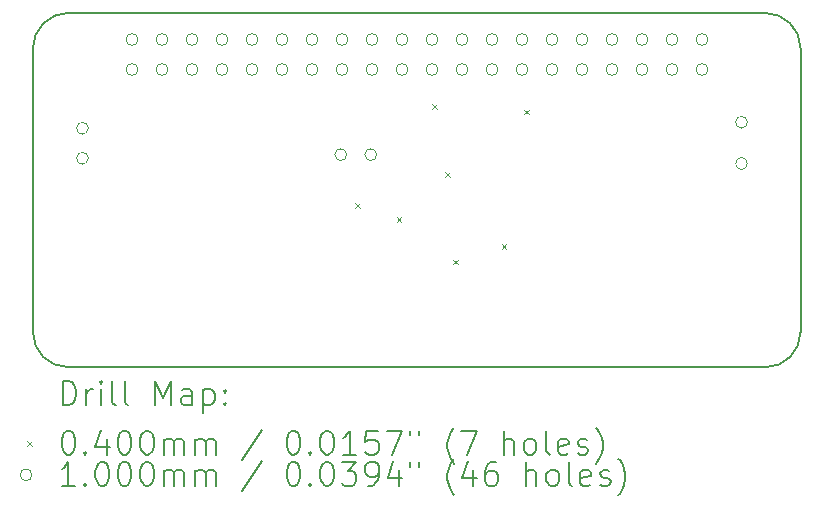
<source format=gbr>
%TF.GenerationSoftware,KiCad,Pcbnew,8.0.6*%
%TF.CreationDate,2024-11-11T12:49:28-08:00*%
%TF.ProjectId,pi-zero-serial-hat,70692d7a-6572-46f2-9d73-657269616c2d,1.0*%
%TF.SameCoordinates,Original*%
%TF.FileFunction,Drillmap*%
%TF.FilePolarity,Positive*%
%FSLAX45Y45*%
G04 Gerber Fmt 4.5, Leading zero omitted, Abs format (unit mm)*
G04 Created by KiCad (PCBNEW 8.0.6) date 2024-11-11 12:49:28*
%MOMM*%
%LPD*%
G01*
G04 APERTURE LIST*
%ADD10C,0.150000*%
%ADD11C,0.200000*%
%ADD12C,0.100000*%
G04 APERTURE END LIST*
D10*
X12103200Y-12106800D02*
X17903200Y-12106800D01*
X17953200Y-9106800D02*
G75*
G02*
X18253200Y-9406800I0J-300000D01*
G01*
X18253200Y-11806800D02*
G75*
G02*
X17953200Y-12106800I-300000J0D01*
G01*
X12053200Y-12106800D02*
G75*
G02*
X11753200Y-11806800I0J300000D01*
G01*
X11753200Y-9406800D02*
G75*
G02*
X12053200Y-9106800I300000J0D01*
G01*
X11753200Y-11806800D02*
X11753200Y-9406800D01*
X12053200Y-9106800D02*
X17953200Y-9106800D01*
X18253200Y-9406800D02*
X18253200Y-11806800D01*
X17903200Y-12106800D02*
X17953200Y-12106800D01*
X12103200Y-12106800D02*
X12053200Y-12106800D01*
D11*
D12*
X14483200Y-10716800D02*
X14523200Y-10756800D01*
X14523200Y-10716800D02*
X14483200Y-10756800D01*
X14833200Y-10836800D02*
X14873200Y-10876800D01*
X14873200Y-10836800D02*
X14833200Y-10876800D01*
X15135200Y-9876800D02*
X15175200Y-9916800D01*
X15175200Y-9876800D02*
X15135200Y-9916800D01*
X15245200Y-10456800D02*
X15285200Y-10496800D01*
X15285200Y-10456800D02*
X15245200Y-10496800D01*
X15313200Y-11196800D02*
X15353200Y-11236800D01*
X15353200Y-11196800D02*
X15313200Y-11236800D01*
X15723200Y-11066800D02*
X15763200Y-11106800D01*
X15763200Y-11066800D02*
X15723200Y-11106800D01*
X15913200Y-9926800D02*
X15953200Y-9966800D01*
X15953200Y-9926800D02*
X15913200Y-9966800D01*
X12223200Y-10082800D02*
G75*
G02*
X12123200Y-10082800I-50000J0D01*
G01*
X12123200Y-10082800D02*
G75*
G02*
X12223200Y-10082800I50000J0D01*
G01*
X12223200Y-10336800D02*
G75*
G02*
X12123200Y-10336800I-50000J0D01*
G01*
X12123200Y-10336800D02*
G75*
G02*
X12223200Y-10336800I50000J0D01*
G01*
X12643200Y-9331800D02*
G75*
G02*
X12543200Y-9331800I-50000J0D01*
G01*
X12543200Y-9331800D02*
G75*
G02*
X12643200Y-9331800I50000J0D01*
G01*
X12643200Y-9585800D02*
G75*
G02*
X12543200Y-9585800I-50000J0D01*
G01*
X12543200Y-9585800D02*
G75*
G02*
X12643200Y-9585800I50000J0D01*
G01*
X12897200Y-9331800D02*
G75*
G02*
X12797200Y-9331800I-50000J0D01*
G01*
X12797200Y-9331800D02*
G75*
G02*
X12897200Y-9331800I50000J0D01*
G01*
X12897200Y-9585800D02*
G75*
G02*
X12797200Y-9585800I-50000J0D01*
G01*
X12797200Y-9585800D02*
G75*
G02*
X12897200Y-9585800I50000J0D01*
G01*
X13151200Y-9331800D02*
G75*
G02*
X13051200Y-9331800I-50000J0D01*
G01*
X13051200Y-9331800D02*
G75*
G02*
X13151200Y-9331800I50000J0D01*
G01*
X13151200Y-9585800D02*
G75*
G02*
X13051200Y-9585800I-50000J0D01*
G01*
X13051200Y-9585800D02*
G75*
G02*
X13151200Y-9585800I50000J0D01*
G01*
X13405200Y-9331800D02*
G75*
G02*
X13305200Y-9331800I-50000J0D01*
G01*
X13305200Y-9331800D02*
G75*
G02*
X13405200Y-9331800I50000J0D01*
G01*
X13405200Y-9585800D02*
G75*
G02*
X13305200Y-9585800I-50000J0D01*
G01*
X13305200Y-9585800D02*
G75*
G02*
X13405200Y-9585800I50000J0D01*
G01*
X13659200Y-9331800D02*
G75*
G02*
X13559200Y-9331800I-50000J0D01*
G01*
X13559200Y-9331800D02*
G75*
G02*
X13659200Y-9331800I50000J0D01*
G01*
X13659200Y-9585800D02*
G75*
G02*
X13559200Y-9585800I-50000J0D01*
G01*
X13559200Y-9585800D02*
G75*
G02*
X13659200Y-9585800I50000J0D01*
G01*
X13913200Y-9331800D02*
G75*
G02*
X13813200Y-9331800I-50000J0D01*
G01*
X13813200Y-9331800D02*
G75*
G02*
X13913200Y-9331800I50000J0D01*
G01*
X13913200Y-9585800D02*
G75*
G02*
X13813200Y-9585800I-50000J0D01*
G01*
X13813200Y-9585800D02*
G75*
G02*
X13913200Y-9585800I50000J0D01*
G01*
X14167200Y-9331800D02*
G75*
G02*
X14067200Y-9331800I-50000J0D01*
G01*
X14067200Y-9331800D02*
G75*
G02*
X14167200Y-9331800I50000J0D01*
G01*
X14167200Y-9585800D02*
G75*
G02*
X14067200Y-9585800I-50000J0D01*
G01*
X14067200Y-9585800D02*
G75*
G02*
X14167200Y-9585800I50000J0D01*
G01*
X14410700Y-10306800D02*
G75*
G02*
X14310700Y-10306800I-50000J0D01*
G01*
X14310700Y-10306800D02*
G75*
G02*
X14410700Y-10306800I50000J0D01*
G01*
X14421200Y-9331800D02*
G75*
G02*
X14321200Y-9331800I-50000J0D01*
G01*
X14321200Y-9331800D02*
G75*
G02*
X14421200Y-9331800I50000J0D01*
G01*
X14421200Y-9585800D02*
G75*
G02*
X14321200Y-9585800I-50000J0D01*
G01*
X14321200Y-9585800D02*
G75*
G02*
X14421200Y-9585800I50000J0D01*
G01*
X14664700Y-10306800D02*
G75*
G02*
X14564700Y-10306800I-50000J0D01*
G01*
X14564700Y-10306800D02*
G75*
G02*
X14664700Y-10306800I50000J0D01*
G01*
X14675200Y-9331800D02*
G75*
G02*
X14575200Y-9331800I-50000J0D01*
G01*
X14575200Y-9331800D02*
G75*
G02*
X14675200Y-9331800I50000J0D01*
G01*
X14675200Y-9585800D02*
G75*
G02*
X14575200Y-9585800I-50000J0D01*
G01*
X14575200Y-9585800D02*
G75*
G02*
X14675200Y-9585800I50000J0D01*
G01*
X14929200Y-9331800D02*
G75*
G02*
X14829200Y-9331800I-50000J0D01*
G01*
X14829200Y-9331800D02*
G75*
G02*
X14929200Y-9331800I50000J0D01*
G01*
X14929200Y-9585800D02*
G75*
G02*
X14829200Y-9585800I-50000J0D01*
G01*
X14829200Y-9585800D02*
G75*
G02*
X14929200Y-9585800I50000J0D01*
G01*
X15183200Y-9331800D02*
G75*
G02*
X15083200Y-9331800I-50000J0D01*
G01*
X15083200Y-9331800D02*
G75*
G02*
X15183200Y-9331800I50000J0D01*
G01*
X15183200Y-9585800D02*
G75*
G02*
X15083200Y-9585800I-50000J0D01*
G01*
X15083200Y-9585800D02*
G75*
G02*
X15183200Y-9585800I50000J0D01*
G01*
X15437200Y-9331800D02*
G75*
G02*
X15337200Y-9331800I-50000J0D01*
G01*
X15337200Y-9331800D02*
G75*
G02*
X15437200Y-9331800I50000J0D01*
G01*
X15437200Y-9585800D02*
G75*
G02*
X15337200Y-9585800I-50000J0D01*
G01*
X15337200Y-9585800D02*
G75*
G02*
X15437200Y-9585800I50000J0D01*
G01*
X15691200Y-9331800D02*
G75*
G02*
X15591200Y-9331800I-50000J0D01*
G01*
X15591200Y-9331800D02*
G75*
G02*
X15691200Y-9331800I50000J0D01*
G01*
X15691200Y-9585800D02*
G75*
G02*
X15591200Y-9585800I-50000J0D01*
G01*
X15591200Y-9585800D02*
G75*
G02*
X15691200Y-9585800I50000J0D01*
G01*
X15945200Y-9331800D02*
G75*
G02*
X15845200Y-9331800I-50000J0D01*
G01*
X15845200Y-9331800D02*
G75*
G02*
X15945200Y-9331800I50000J0D01*
G01*
X15945200Y-9585800D02*
G75*
G02*
X15845200Y-9585800I-50000J0D01*
G01*
X15845200Y-9585800D02*
G75*
G02*
X15945200Y-9585800I50000J0D01*
G01*
X16199200Y-9331800D02*
G75*
G02*
X16099200Y-9331800I-50000J0D01*
G01*
X16099200Y-9331800D02*
G75*
G02*
X16199200Y-9331800I50000J0D01*
G01*
X16199200Y-9585800D02*
G75*
G02*
X16099200Y-9585800I-50000J0D01*
G01*
X16099200Y-9585800D02*
G75*
G02*
X16199200Y-9585800I50000J0D01*
G01*
X16453200Y-9331800D02*
G75*
G02*
X16353200Y-9331800I-50000J0D01*
G01*
X16353200Y-9331800D02*
G75*
G02*
X16453200Y-9331800I50000J0D01*
G01*
X16453200Y-9585800D02*
G75*
G02*
X16353200Y-9585800I-50000J0D01*
G01*
X16353200Y-9585800D02*
G75*
G02*
X16453200Y-9585800I50000J0D01*
G01*
X16707200Y-9331800D02*
G75*
G02*
X16607200Y-9331800I-50000J0D01*
G01*
X16607200Y-9331800D02*
G75*
G02*
X16707200Y-9331800I50000J0D01*
G01*
X16707200Y-9585800D02*
G75*
G02*
X16607200Y-9585800I-50000J0D01*
G01*
X16607200Y-9585800D02*
G75*
G02*
X16707200Y-9585800I50000J0D01*
G01*
X16961200Y-9331800D02*
G75*
G02*
X16861200Y-9331800I-50000J0D01*
G01*
X16861200Y-9331800D02*
G75*
G02*
X16961200Y-9331800I50000J0D01*
G01*
X16961200Y-9585800D02*
G75*
G02*
X16861200Y-9585800I-50000J0D01*
G01*
X16861200Y-9585800D02*
G75*
G02*
X16961200Y-9585800I50000J0D01*
G01*
X17215200Y-9331800D02*
G75*
G02*
X17115200Y-9331800I-50000J0D01*
G01*
X17115200Y-9331800D02*
G75*
G02*
X17215200Y-9331800I50000J0D01*
G01*
X17215200Y-9585800D02*
G75*
G02*
X17115200Y-9585800I-50000J0D01*
G01*
X17115200Y-9585800D02*
G75*
G02*
X17215200Y-9585800I50000J0D01*
G01*
X17469200Y-9331800D02*
G75*
G02*
X17369200Y-9331800I-50000J0D01*
G01*
X17369200Y-9331800D02*
G75*
G02*
X17469200Y-9331800I50000J0D01*
G01*
X17469200Y-9585800D02*
G75*
G02*
X17369200Y-9585800I-50000J0D01*
G01*
X17369200Y-9585800D02*
G75*
G02*
X17469200Y-9585800I50000J0D01*
G01*
X17803200Y-10031800D02*
G75*
G02*
X17703200Y-10031800I-50000J0D01*
G01*
X17703200Y-10031800D02*
G75*
G02*
X17803200Y-10031800I50000J0D01*
G01*
X17803200Y-10381800D02*
G75*
G02*
X17703200Y-10381800I-50000J0D01*
G01*
X17703200Y-10381800D02*
G75*
G02*
X17803200Y-10381800I50000J0D01*
G01*
D11*
X12006477Y-12425784D02*
X12006477Y-12225784D01*
X12006477Y-12225784D02*
X12054096Y-12225784D01*
X12054096Y-12225784D02*
X12082667Y-12235308D01*
X12082667Y-12235308D02*
X12101715Y-12254355D01*
X12101715Y-12254355D02*
X12111239Y-12273403D01*
X12111239Y-12273403D02*
X12120762Y-12311498D01*
X12120762Y-12311498D02*
X12120762Y-12340069D01*
X12120762Y-12340069D02*
X12111239Y-12378165D01*
X12111239Y-12378165D02*
X12101715Y-12397212D01*
X12101715Y-12397212D02*
X12082667Y-12416260D01*
X12082667Y-12416260D02*
X12054096Y-12425784D01*
X12054096Y-12425784D02*
X12006477Y-12425784D01*
X12206477Y-12425784D02*
X12206477Y-12292450D01*
X12206477Y-12330546D02*
X12216001Y-12311498D01*
X12216001Y-12311498D02*
X12225524Y-12301974D01*
X12225524Y-12301974D02*
X12244572Y-12292450D01*
X12244572Y-12292450D02*
X12263620Y-12292450D01*
X12330286Y-12425784D02*
X12330286Y-12292450D01*
X12330286Y-12225784D02*
X12320762Y-12235308D01*
X12320762Y-12235308D02*
X12330286Y-12244831D01*
X12330286Y-12244831D02*
X12339810Y-12235308D01*
X12339810Y-12235308D02*
X12330286Y-12225784D01*
X12330286Y-12225784D02*
X12330286Y-12244831D01*
X12454096Y-12425784D02*
X12435048Y-12416260D01*
X12435048Y-12416260D02*
X12425524Y-12397212D01*
X12425524Y-12397212D02*
X12425524Y-12225784D01*
X12558858Y-12425784D02*
X12539810Y-12416260D01*
X12539810Y-12416260D02*
X12530286Y-12397212D01*
X12530286Y-12397212D02*
X12530286Y-12225784D01*
X12787429Y-12425784D02*
X12787429Y-12225784D01*
X12787429Y-12225784D02*
X12854096Y-12368641D01*
X12854096Y-12368641D02*
X12920762Y-12225784D01*
X12920762Y-12225784D02*
X12920762Y-12425784D01*
X13101715Y-12425784D02*
X13101715Y-12321022D01*
X13101715Y-12321022D02*
X13092191Y-12301974D01*
X13092191Y-12301974D02*
X13073143Y-12292450D01*
X13073143Y-12292450D02*
X13035048Y-12292450D01*
X13035048Y-12292450D02*
X13016001Y-12301974D01*
X13101715Y-12416260D02*
X13082667Y-12425784D01*
X13082667Y-12425784D02*
X13035048Y-12425784D01*
X13035048Y-12425784D02*
X13016001Y-12416260D01*
X13016001Y-12416260D02*
X13006477Y-12397212D01*
X13006477Y-12397212D02*
X13006477Y-12378165D01*
X13006477Y-12378165D02*
X13016001Y-12359117D01*
X13016001Y-12359117D02*
X13035048Y-12349593D01*
X13035048Y-12349593D02*
X13082667Y-12349593D01*
X13082667Y-12349593D02*
X13101715Y-12340069D01*
X13196953Y-12292450D02*
X13196953Y-12492450D01*
X13196953Y-12301974D02*
X13216001Y-12292450D01*
X13216001Y-12292450D02*
X13254096Y-12292450D01*
X13254096Y-12292450D02*
X13273143Y-12301974D01*
X13273143Y-12301974D02*
X13282667Y-12311498D01*
X13282667Y-12311498D02*
X13292191Y-12330546D01*
X13292191Y-12330546D02*
X13292191Y-12387688D01*
X13292191Y-12387688D02*
X13282667Y-12406736D01*
X13282667Y-12406736D02*
X13273143Y-12416260D01*
X13273143Y-12416260D02*
X13254096Y-12425784D01*
X13254096Y-12425784D02*
X13216001Y-12425784D01*
X13216001Y-12425784D02*
X13196953Y-12416260D01*
X13377905Y-12406736D02*
X13387429Y-12416260D01*
X13387429Y-12416260D02*
X13377905Y-12425784D01*
X13377905Y-12425784D02*
X13368382Y-12416260D01*
X13368382Y-12416260D02*
X13377905Y-12406736D01*
X13377905Y-12406736D02*
X13377905Y-12425784D01*
X13377905Y-12301974D02*
X13387429Y-12311498D01*
X13387429Y-12311498D02*
X13377905Y-12321022D01*
X13377905Y-12321022D02*
X13368382Y-12311498D01*
X13368382Y-12311498D02*
X13377905Y-12301974D01*
X13377905Y-12301974D02*
X13377905Y-12321022D01*
D12*
X11705700Y-12734300D02*
X11745700Y-12774300D01*
X11745700Y-12734300D02*
X11705700Y-12774300D01*
D11*
X12044572Y-12645784D02*
X12063620Y-12645784D01*
X12063620Y-12645784D02*
X12082667Y-12655308D01*
X12082667Y-12655308D02*
X12092191Y-12664831D01*
X12092191Y-12664831D02*
X12101715Y-12683879D01*
X12101715Y-12683879D02*
X12111239Y-12721974D01*
X12111239Y-12721974D02*
X12111239Y-12769593D01*
X12111239Y-12769593D02*
X12101715Y-12807688D01*
X12101715Y-12807688D02*
X12092191Y-12826736D01*
X12092191Y-12826736D02*
X12082667Y-12836260D01*
X12082667Y-12836260D02*
X12063620Y-12845784D01*
X12063620Y-12845784D02*
X12044572Y-12845784D01*
X12044572Y-12845784D02*
X12025524Y-12836260D01*
X12025524Y-12836260D02*
X12016001Y-12826736D01*
X12016001Y-12826736D02*
X12006477Y-12807688D01*
X12006477Y-12807688D02*
X11996953Y-12769593D01*
X11996953Y-12769593D02*
X11996953Y-12721974D01*
X11996953Y-12721974D02*
X12006477Y-12683879D01*
X12006477Y-12683879D02*
X12016001Y-12664831D01*
X12016001Y-12664831D02*
X12025524Y-12655308D01*
X12025524Y-12655308D02*
X12044572Y-12645784D01*
X12196953Y-12826736D02*
X12206477Y-12836260D01*
X12206477Y-12836260D02*
X12196953Y-12845784D01*
X12196953Y-12845784D02*
X12187429Y-12836260D01*
X12187429Y-12836260D02*
X12196953Y-12826736D01*
X12196953Y-12826736D02*
X12196953Y-12845784D01*
X12377905Y-12712450D02*
X12377905Y-12845784D01*
X12330286Y-12636260D02*
X12282667Y-12779117D01*
X12282667Y-12779117D02*
X12406477Y-12779117D01*
X12520762Y-12645784D02*
X12539810Y-12645784D01*
X12539810Y-12645784D02*
X12558858Y-12655308D01*
X12558858Y-12655308D02*
X12568382Y-12664831D01*
X12568382Y-12664831D02*
X12577905Y-12683879D01*
X12577905Y-12683879D02*
X12587429Y-12721974D01*
X12587429Y-12721974D02*
X12587429Y-12769593D01*
X12587429Y-12769593D02*
X12577905Y-12807688D01*
X12577905Y-12807688D02*
X12568382Y-12826736D01*
X12568382Y-12826736D02*
X12558858Y-12836260D01*
X12558858Y-12836260D02*
X12539810Y-12845784D01*
X12539810Y-12845784D02*
X12520762Y-12845784D01*
X12520762Y-12845784D02*
X12501715Y-12836260D01*
X12501715Y-12836260D02*
X12492191Y-12826736D01*
X12492191Y-12826736D02*
X12482667Y-12807688D01*
X12482667Y-12807688D02*
X12473143Y-12769593D01*
X12473143Y-12769593D02*
X12473143Y-12721974D01*
X12473143Y-12721974D02*
X12482667Y-12683879D01*
X12482667Y-12683879D02*
X12492191Y-12664831D01*
X12492191Y-12664831D02*
X12501715Y-12655308D01*
X12501715Y-12655308D02*
X12520762Y-12645784D01*
X12711239Y-12645784D02*
X12730286Y-12645784D01*
X12730286Y-12645784D02*
X12749334Y-12655308D01*
X12749334Y-12655308D02*
X12758858Y-12664831D01*
X12758858Y-12664831D02*
X12768382Y-12683879D01*
X12768382Y-12683879D02*
X12777905Y-12721974D01*
X12777905Y-12721974D02*
X12777905Y-12769593D01*
X12777905Y-12769593D02*
X12768382Y-12807688D01*
X12768382Y-12807688D02*
X12758858Y-12826736D01*
X12758858Y-12826736D02*
X12749334Y-12836260D01*
X12749334Y-12836260D02*
X12730286Y-12845784D01*
X12730286Y-12845784D02*
X12711239Y-12845784D01*
X12711239Y-12845784D02*
X12692191Y-12836260D01*
X12692191Y-12836260D02*
X12682667Y-12826736D01*
X12682667Y-12826736D02*
X12673143Y-12807688D01*
X12673143Y-12807688D02*
X12663620Y-12769593D01*
X12663620Y-12769593D02*
X12663620Y-12721974D01*
X12663620Y-12721974D02*
X12673143Y-12683879D01*
X12673143Y-12683879D02*
X12682667Y-12664831D01*
X12682667Y-12664831D02*
X12692191Y-12655308D01*
X12692191Y-12655308D02*
X12711239Y-12645784D01*
X12863620Y-12845784D02*
X12863620Y-12712450D01*
X12863620Y-12731498D02*
X12873143Y-12721974D01*
X12873143Y-12721974D02*
X12892191Y-12712450D01*
X12892191Y-12712450D02*
X12920763Y-12712450D01*
X12920763Y-12712450D02*
X12939810Y-12721974D01*
X12939810Y-12721974D02*
X12949334Y-12741022D01*
X12949334Y-12741022D02*
X12949334Y-12845784D01*
X12949334Y-12741022D02*
X12958858Y-12721974D01*
X12958858Y-12721974D02*
X12977905Y-12712450D01*
X12977905Y-12712450D02*
X13006477Y-12712450D01*
X13006477Y-12712450D02*
X13025524Y-12721974D01*
X13025524Y-12721974D02*
X13035048Y-12741022D01*
X13035048Y-12741022D02*
X13035048Y-12845784D01*
X13130286Y-12845784D02*
X13130286Y-12712450D01*
X13130286Y-12731498D02*
X13139810Y-12721974D01*
X13139810Y-12721974D02*
X13158858Y-12712450D01*
X13158858Y-12712450D02*
X13187429Y-12712450D01*
X13187429Y-12712450D02*
X13206477Y-12721974D01*
X13206477Y-12721974D02*
X13216001Y-12741022D01*
X13216001Y-12741022D02*
X13216001Y-12845784D01*
X13216001Y-12741022D02*
X13225524Y-12721974D01*
X13225524Y-12721974D02*
X13244572Y-12712450D01*
X13244572Y-12712450D02*
X13273143Y-12712450D01*
X13273143Y-12712450D02*
X13292191Y-12721974D01*
X13292191Y-12721974D02*
X13301715Y-12741022D01*
X13301715Y-12741022D02*
X13301715Y-12845784D01*
X13692191Y-12636260D02*
X13520763Y-12893403D01*
X13949334Y-12645784D02*
X13968382Y-12645784D01*
X13968382Y-12645784D02*
X13987429Y-12655308D01*
X13987429Y-12655308D02*
X13996953Y-12664831D01*
X13996953Y-12664831D02*
X14006477Y-12683879D01*
X14006477Y-12683879D02*
X14016001Y-12721974D01*
X14016001Y-12721974D02*
X14016001Y-12769593D01*
X14016001Y-12769593D02*
X14006477Y-12807688D01*
X14006477Y-12807688D02*
X13996953Y-12826736D01*
X13996953Y-12826736D02*
X13987429Y-12836260D01*
X13987429Y-12836260D02*
X13968382Y-12845784D01*
X13968382Y-12845784D02*
X13949334Y-12845784D01*
X13949334Y-12845784D02*
X13930286Y-12836260D01*
X13930286Y-12836260D02*
X13920763Y-12826736D01*
X13920763Y-12826736D02*
X13911239Y-12807688D01*
X13911239Y-12807688D02*
X13901715Y-12769593D01*
X13901715Y-12769593D02*
X13901715Y-12721974D01*
X13901715Y-12721974D02*
X13911239Y-12683879D01*
X13911239Y-12683879D02*
X13920763Y-12664831D01*
X13920763Y-12664831D02*
X13930286Y-12655308D01*
X13930286Y-12655308D02*
X13949334Y-12645784D01*
X14101715Y-12826736D02*
X14111239Y-12836260D01*
X14111239Y-12836260D02*
X14101715Y-12845784D01*
X14101715Y-12845784D02*
X14092191Y-12836260D01*
X14092191Y-12836260D02*
X14101715Y-12826736D01*
X14101715Y-12826736D02*
X14101715Y-12845784D01*
X14235048Y-12645784D02*
X14254096Y-12645784D01*
X14254096Y-12645784D02*
X14273144Y-12655308D01*
X14273144Y-12655308D02*
X14282667Y-12664831D01*
X14282667Y-12664831D02*
X14292191Y-12683879D01*
X14292191Y-12683879D02*
X14301715Y-12721974D01*
X14301715Y-12721974D02*
X14301715Y-12769593D01*
X14301715Y-12769593D02*
X14292191Y-12807688D01*
X14292191Y-12807688D02*
X14282667Y-12826736D01*
X14282667Y-12826736D02*
X14273144Y-12836260D01*
X14273144Y-12836260D02*
X14254096Y-12845784D01*
X14254096Y-12845784D02*
X14235048Y-12845784D01*
X14235048Y-12845784D02*
X14216001Y-12836260D01*
X14216001Y-12836260D02*
X14206477Y-12826736D01*
X14206477Y-12826736D02*
X14196953Y-12807688D01*
X14196953Y-12807688D02*
X14187429Y-12769593D01*
X14187429Y-12769593D02*
X14187429Y-12721974D01*
X14187429Y-12721974D02*
X14196953Y-12683879D01*
X14196953Y-12683879D02*
X14206477Y-12664831D01*
X14206477Y-12664831D02*
X14216001Y-12655308D01*
X14216001Y-12655308D02*
X14235048Y-12645784D01*
X14492191Y-12845784D02*
X14377906Y-12845784D01*
X14435048Y-12845784D02*
X14435048Y-12645784D01*
X14435048Y-12645784D02*
X14416001Y-12674355D01*
X14416001Y-12674355D02*
X14396953Y-12693403D01*
X14396953Y-12693403D02*
X14377906Y-12702927D01*
X14673144Y-12645784D02*
X14577906Y-12645784D01*
X14577906Y-12645784D02*
X14568382Y-12741022D01*
X14568382Y-12741022D02*
X14577906Y-12731498D01*
X14577906Y-12731498D02*
X14596953Y-12721974D01*
X14596953Y-12721974D02*
X14644572Y-12721974D01*
X14644572Y-12721974D02*
X14663620Y-12731498D01*
X14663620Y-12731498D02*
X14673144Y-12741022D01*
X14673144Y-12741022D02*
X14682667Y-12760069D01*
X14682667Y-12760069D02*
X14682667Y-12807688D01*
X14682667Y-12807688D02*
X14673144Y-12826736D01*
X14673144Y-12826736D02*
X14663620Y-12836260D01*
X14663620Y-12836260D02*
X14644572Y-12845784D01*
X14644572Y-12845784D02*
X14596953Y-12845784D01*
X14596953Y-12845784D02*
X14577906Y-12836260D01*
X14577906Y-12836260D02*
X14568382Y-12826736D01*
X14749334Y-12645784D02*
X14882667Y-12645784D01*
X14882667Y-12645784D02*
X14796953Y-12845784D01*
X14949334Y-12645784D02*
X14949334Y-12683879D01*
X15025525Y-12645784D02*
X15025525Y-12683879D01*
X15320763Y-12921974D02*
X15311239Y-12912450D01*
X15311239Y-12912450D02*
X15292191Y-12883879D01*
X15292191Y-12883879D02*
X15282668Y-12864831D01*
X15282668Y-12864831D02*
X15273144Y-12836260D01*
X15273144Y-12836260D02*
X15263620Y-12788641D01*
X15263620Y-12788641D02*
X15263620Y-12750546D01*
X15263620Y-12750546D02*
X15273144Y-12702927D01*
X15273144Y-12702927D02*
X15282668Y-12674355D01*
X15282668Y-12674355D02*
X15292191Y-12655308D01*
X15292191Y-12655308D02*
X15311239Y-12626736D01*
X15311239Y-12626736D02*
X15320763Y-12617212D01*
X15377906Y-12645784D02*
X15511239Y-12645784D01*
X15511239Y-12645784D02*
X15425525Y-12845784D01*
X15739810Y-12845784D02*
X15739810Y-12645784D01*
X15825525Y-12845784D02*
X15825525Y-12741022D01*
X15825525Y-12741022D02*
X15816001Y-12721974D01*
X15816001Y-12721974D02*
X15796953Y-12712450D01*
X15796953Y-12712450D02*
X15768382Y-12712450D01*
X15768382Y-12712450D02*
X15749334Y-12721974D01*
X15749334Y-12721974D02*
X15739810Y-12731498D01*
X15949334Y-12845784D02*
X15930287Y-12836260D01*
X15930287Y-12836260D02*
X15920763Y-12826736D01*
X15920763Y-12826736D02*
X15911239Y-12807688D01*
X15911239Y-12807688D02*
X15911239Y-12750546D01*
X15911239Y-12750546D02*
X15920763Y-12731498D01*
X15920763Y-12731498D02*
X15930287Y-12721974D01*
X15930287Y-12721974D02*
X15949334Y-12712450D01*
X15949334Y-12712450D02*
X15977906Y-12712450D01*
X15977906Y-12712450D02*
X15996953Y-12721974D01*
X15996953Y-12721974D02*
X16006477Y-12731498D01*
X16006477Y-12731498D02*
X16016001Y-12750546D01*
X16016001Y-12750546D02*
X16016001Y-12807688D01*
X16016001Y-12807688D02*
X16006477Y-12826736D01*
X16006477Y-12826736D02*
X15996953Y-12836260D01*
X15996953Y-12836260D02*
X15977906Y-12845784D01*
X15977906Y-12845784D02*
X15949334Y-12845784D01*
X16130287Y-12845784D02*
X16111239Y-12836260D01*
X16111239Y-12836260D02*
X16101715Y-12817212D01*
X16101715Y-12817212D02*
X16101715Y-12645784D01*
X16282668Y-12836260D02*
X16263620Y-12845784D01*
X16263620Y-12845784D02*
X16225525Y-12845784D01*
X16225525Y-12845784D02*
X16206477Y-12836260D01*
X16206477Y-12836260D02*
X16196953Y-12817212D01*
X16196953Y-12817212D02*
X16196953Y-12741022D01*
X16196953Y-12741022D02*
X16206477Y-12721974D01*
X16206477Y-12721974D02*
X16225525Y-12712450D01*
X16225525Y-12712450D02*
X16263620Y-12712450D01*
X16263620Y-12712450D02*
X16282668Y-12721974D01*
X16282668Y-12721974D02*
X16292191Y-12741022D01*
X16292191Y-12741022D02*
X16292191Y-12760069D01*
X16292191Y-12760069D02*
X16196953Y-12779117D01*
X16368382Y-12836260D02*
X16387430Y-12845784D01*
X16387430Y-12845784D02*
X16425525Y-12845784D01*
X16425525Y-12845784D02*
X16444572Y-12836260D01*
X16444572Y-12836260D02*
X16454096Y-12817212D01*
X16454096Y-12817212D02*
X16454096Y-12807688D01*
X16454096Y-12807688D02*
X16444572Y-12788641D01*
X16444572Y-12788641D02*
X16425525Y-12779117D01*
X16425525Y-12779117D02*
X16396953Y-12779117D01*
X16396953Y-12779117D02*
X16377906Y-12769593D01*
X16377906Y-12769593D02*
X16368382Y-12750546D01*
X16368382Y-12750546D02*
X16368382Y-12741022D01*
X16368382Y-12741022D02*
X16377906Y-12721974D01*
X16377906Y-12721974D02*
X16396953Y-12712450D01*
X16396953Y-12712450D02*
X16425525Y-12712450D01*
X16425525Y-12712450D02*
X16444572Y-12721974D01*
X16520763Y-12921974D02*
X16530287Y-12912450D01*
X16530287Y-12912450D02*
X16549334Y-12883879D01*
X16549334Y-12883879D02*
X16558858Y-12864831D01*
X16558858Y-12864831D02*
X16568382Y-12836260D01*
X16568382Y-12836260D02*
X16577906Y-12788641D01*
X16577906Y-12788641D02*
X16577906Y-12750546D01*
X16577906Y-12750546D02*
X16568382Y-12702927D01*
X16568382Y-12702927D02*
X16558858Y-12674355D01*
X16558858Y-12674355D02*
X16549334Y-12655308D01*
X16549334Y-12655308D02*
X16530287Y-12626736D01*
X16530287Y-12626736D02*
X16520763Y-12617212D01*
D12*
X11745700Y-13018300D02*
G75*
G02*
X11645700Y-13018300I-50000J0D01*
G01*
X11645700Y-13018300D02*
G75*
G02*
X11745700Y-13018300I50000J0D01*
G01*
D11*
X12111239Y-13109784D02*
X11996953Y-13109784D01*
X12054096Y-13109784D02*
X12054096Y-12909784D01*
X12054096Y-12909784D02*
X12035048Y-12938355D01*
X12035048Y-12938355D02*
X12016001Y-12957403D01*
X12016001Y-12957403D02*
X11996953Y-12966927D01*
X12196953Y-13090736D02*
X12206477Y-13100260D01*
X12206477Y-13100260D02*
X12196953Y-13109784D01*
X12196953Y-13109784D02*
X12187429Y-13100260D01*
X12187429Y-13100260D02*
X12196953Y-13090736D01*
X12196953Y-13090736D02*
X12196953Y-13109784D01*
X12330286Y-12909784D02*
X12349334Y-12909784D01*
X12349334Y-12909784D02*
X12368382Y-12919308D01*
X12368382Y-12919308D02*
X12377905Y-12928831D01*
X12377905Y-12928831D02*
X12387429Y-12947879D01*
X12387429Y-12947879D02*
X12396953Y-12985974D01*
X12396953Y-12985974D02*
X12396953Y-13033593D01*
X12396953Y-13033593D02*
X12387429Y-13071688D01*
X12387429Y-13071688D02*
X12377905Y-13090736D01*
X12377905Y-13090736D02*
X12368382Y-13100260D01*
X12368382Y-13100260D02*
X12349334Y-13109784D01*
X12349334Y-13109784D02*
X12330286Y-13109784D01*
X12330286Y-13109784D02*
X12311239Y-13100260D01*
X12311239Y-13100260D02*
X12301715Y-13090736D01*
X12301715Y-13090736D02*
X12292191Y-13071688D01*
X12292191Y-13071688D02*
X12282667Y-13033593D01*
X12282667Y-13033593D02*
X12282667Y-12985974D01*
X12282667Y-12985974D02*
X12292191Y-12947879D01*
X12292191Y-12947879D02*
X12301715Y-12928831D01*
X12301715Y-12928831D02*
X12311239Y-12919308D01*
X12311239Y-12919308D02*
X12330286Y-12909784D01*
X12520762Y-12909784D02*
X12539810Y-12909784D01*
X12539810Y-12909784D02*
X12558858Y-12919308D01*
X12558858Y-12919308D02*
X12568382Y-12928831D01*
X12568382Y-12928831D02*
X12577905Y-12947879D01*
X12577905Y-12947879D02*
X12587429Y-12985974D01*
X12587429Y-12985974D02*
X12587429Y-13033593D01*
X12587429Y-13033593D02*
X12577905Y-13071688D01*
X12577905Y-13071688D02*
X12568382Y-13090736D01*
X12568382Y-13090736D02*
X12558858Y-13100260D01*
X12558858Y-13100260D02*
X12539810Y-13109784D01*
X12539810Y-13109784D02*
X12520762Y-13109784D01*
X12520762Y-13109784D02*
X12501715Y-13100260D01*
X12501715Y-13100260D02*
X12492191Y-13090736D01*
X12492191Y-13090736D02*
X12482667Y-13071688D01*
X12482667Y-13071688D02*
X12473143Y-13033593D01*
X12473143Y-13033593D02*
X12473143Y-12985974D01*
X12473143Y-12985974D02*
X12482667Y-12947879D01*
X12482667Y-12947879D02*
X12492191Y-12928831D01*
X12492191Y-12928831D02*
X12501715Y-12919308D01*
X12501715Y-12919308D02*
X12520762Y-12909784D01*
X12711239Y-12909784D02*
X12730286Y-12909784D01*
X12730286Y-12909784D02*
X12749334Y-12919308D01*
X12749334Y-12919308D02*
X12758858Y-12928831D01*
X12758858Y-12928831D02*
X12768382Y-12947879D01*
X12768382Y-12947879D02*
X12777905Y-12985974D01*
X12777905Y-12985974D02*
X12777905Y-13033593D01*
X12777905Y-13033593D02*
X12768382Y-13071688D01*
X12768382Y-13071688D02*
X12758858Y-13090736D01*
X12758858Y-13090736D02*
X12749334Y-13100260D01*
X12749334Y-13100260D02*
X12730286Y-13109784D01*
X12730286Y-13109784D02*
X12711239Y-13109784D01*
X12711239Y-13109784D02*
X12692191Y-13100260D01*
X12692191Y-13100260D02*
X12682667Y-13090736D01*
X12682667Y-13090736D02*
X12673143Y-13071688D01*
X12673143Y-13071688D02*
X12663620Y-13033593D01*
X12663620Y-13033593D02*
X12663620Y-12985974D01*
X12663620Y-12985974D02*
X12673143Y-12947879D01*
X12673143Y-12947879D02*
X12682667Y-12928831D01*
X12682667Y-12928831D02*
X12692191Y-12919308D01*
X12692191Y-12919308D02*
X12711239Y-12909784D01*
X12863620Y-13109784D02*
X12863620Y-12976450D01*
X12863620Y-12995498D02*
X12873143Y-12985974D01*
X12873143Y-12985974D02*
X12892191Y-12976450D01*
X12892191Y-12976450D02*
X12920763Y-12976450D01*
X12920763Y-12976450D02*
X12939810Y-12985974D01*
X12939810Y-12985974D02*
X12949334Y-13005022D01*
X12949334Y-13005022D02*
X12949334Y-13109784D01*
X12949334Y-13005022D02*
X12958858Y-12985974D01*
X12958858Y-12985974D02*
X12977905Y-12976450D01*
X12977905Y-12976450D02*
X13006477Y-12976450D01*
X13006477Y-12976450D02*
X13025524Y-12985974D01*
X13025524Y-12985974D02*
X13035048Y-13005022D01*
X13035048Y-13005022D02*
X13035048Y-13109784D01*
X13130286Y-13109784D02*
X13130286Y-12976450D01*
X13130286Y-12995498D02*
X13139810Y-12985974D01*
X13139810Y-12985974D02*
X13158858Y-12976450D01*
X13158858Y-12976450D02*
X13187429Y-12976450D01*
X13187429Y-12976450D02*
X13206477Y-12985974D01*
X13206477Y-12985974D02*
X13216001Y-13005022D01*
X13216001Y-13005022D02*
X13216001Y-13109784D01*
X13216001Y-13005022D02*
X13225524Y-12985974D01*
X13225524Y-12985974D02*
X13244572Y-12976450D01*
X13244572Y-12976450D02*
X13273143Y-12976450D01*
X13273143Y-12976450D02*
X13292191Y-12985974D01*
X13292191Y-12985974D02*
X13301715Y-13005022D01*
X13301715Y-13005022D02*
X13301715Y-13109784D01*
X13692191Y-12900260D02*
X13520763Y-13157403D01*
X13949334Y-12909784D02*
X13968382Y-12909784D01*
X13968382Y-12909784D02*
X13987429Y-12919308D01*
X13987429Y-12919308D02*
X13996953Y-12928831D01*
X13996953Y-12928831D02*
X14006477Y-12947879D01*
X14006477Y-12947879D02*
X14016001Y-12985974D01*
X14016001Y-12985974D02*
X14016001Y-13033593D01*
X14016001Y-13033593D02*
X14006477Y-13071688D01*
X14006477Y-13071688D02*
X13996953Y-13090736D01*
X13996953Y-13090736D02*
X13987429Y-13100260D01*
X13987429Y-13100260D02*
X13968382Y-13109784D01*
X13968382Y-13109784D02*
X13949334Y-13109784D01*
X13949334Y-13109784D02*
X13930286Y-13100260D01*
X13930286Y-13100260D02*
X13920763Y-13090736D01*
X13920763Y-13090736D02*
X13911239Y-13071688D01*
X13911239Y-13071688D02*
X13901715Y-13033593D01*
X13901715Y-13033593D02*
X13901715Y-12985974D01*
X13901715Y-12985974D02*
X13911239Y-12947879D01*
X13911239Y-12947879D02*
X13920763Y-12928831D01*
X13920763Y-12928831D02*
X13930286Y-12919308D01*
X13930286Y-12919308D02*
X13949334Y-12909784D01*
X14101715Y-13090736D02*
X14111239Y-13100260D01*
X14111239Y-13100260D02*
X14101715Y-13109784D01*
X14101715Y-13109784D02*
X14092191Y-13100260D01*
X14092191Y-13100260D02*
X14101715Y-13090736D01*
X14101715Y-13090736D02*
X14101715Y-13109784D01*
X14235048Y-12909784D02*
X14254096Y-12909784D01*
X14254096Y-12909784D02*
X14273144Y-12919308D01*
X14273144Y-12919308D02*
X14282667Y-12928831D01*
X14282667Y-12928831D02*
X14292191Y-12947879D01*
X14292191Y-12947879D02*
X14301715Y-12985974D01*
X14301715Y-12985974D02*
X14301715Y-13033593D01*
X14301715Y-13033593D02*
X14292191Y-13071688D01*
X14292191Y-13071688D02*
X14282667Y-13090736D01*
X14282667Y-13090736D02*
X14273144Y-13100260D01*
X14273144Y-13100260D02*
X14254096Y-13109784D01*
X14254096Y-13109784D02*
X14235048Y-13109784D01*
X14235048Y-13109784D02*
X14216001Y-13100260D01*
X14216001Y-13100260D02*
X14206477Y-13090736D01*
X14206477Y-13090736D02*
X14196953Y-13071688D01*
X14196953Y-13071688D02*
X14187429Y-13033593D01*
X14187429Y-13033593D02*
X14187429Y-12985974D01*
X14187429Y-12985974D02*
X14196953Y-12947879D01*
X14196953Y-12947879D02*
X14206477Y-12928831D01*
X14206477Y-12928831D02*
X14216001Y-12919308D01*
X14216001Y-12919308D02*
X14235048Y-12909784D01*
X14368382Y-12909784D02*
X14492191Y-12909784D01*
X14492191Y-12909784D02*
X14425525Y-12985974D01*
X14425525Y-12985974D02*
X14454096Y-12985974D01*
X14454096Y-12985974D02*
X14473144Y-12995498D01*
X14473144Y-12995498D02*
X14482667Y-13005022D01*
X14482667Y-13005022D02*
X14492191Y-13024069D01*
X14492191Y-13024069D02*
X14492191Y-13071688D01*
X14492191Y-13071688D02*
X14482667Y-13090736D01*
X14482667Y-13090736D02*
X14473144Y-13100260D01*
X14473144Y-13100260D02*
X14454096Y-13109784D01*
X14454096Y-13109784D02*
X14396953Y-13109784D01*
X14396953Y-13109784D02*
X14377906Y-13100260D01*
X14377906Y-13100260D02*
X14368382Y-13090736D01*
X14587429Y-13109784D02*
X14625525Y-13109784D01*
X14625525Y-13109784D02*
X14644572Y-13100260D01*
X14644572Y-13100260D02*
X14654096Y-13090736D01*
X14654096Y-13090736D02*
X14673144Y-13062165D01*
X14673144Y-13062165D02*
X14682667Y-13024069D01*
X14682667Y-13024069D02*
X14682667Y-12947879D01*
X14682667Y-12947879D02*
X14673144Y-12928831D01*
X14673144Y-12928831D02*
X14663620Y-12919308D01*
X14663620Y-12919308D02*
X14644572Y-12909784D01*
X14644572Y-12909784D02*
X14606477Y-12909784D01*
X14606477Y-12909784D02*
X14587429Y-12919308D01*
X14587429Y-12919308D02*
X14577906Y-12928831D01*
X14577906Y-12928831D02*
X14568382Y-12947879D01*
X14568382Y-12947879D02*
X14568382Y-12995498D01*
X14568382Y-12995498D02*
X14577906Y-13014546D01*
X14577906Y-13014546D02*
X14587429Y-13024069D01*
X14587429Y-13024069D02*
X14606477Y-13033593D01*
X14606477Y-13033593D02*
X14644572Y-13033593D01*
X14644572Y-13033593D02*
X14663620Y-13024069D01*
X14663620Y-13024069D02*
X14673144Y-13014546D01*
X14673144Y-13014546D02*
X14682667Y-12995498D01*
X14854096Y-12976450D02*
X14854096Y-13109784D01*
X14806477Y-12900260D02*
X14758858Y-13043117D01*
X14758858Y-13043117D02*
X14882667Y-13043117D01*
X14949334Y-12909784D02*
X14949334Y-12947879D01*
X15025525Y-12909784D02*
X15025525Y-12947879D01*
X15320763Y-13185974D02*
X15311239Y-13176450D01*
X15311239Y-13176450D02*
X15292191Y-13147879D01*
X15292191Y-13147879D02*
X15282668Y-13128831D01*
X15282668Y-13128831D02*
X15273144Y-13100260D01*
X15273144Y-13100260D02*
X15263620Y-13052641D01*
X15263620Y-13052641D02*
X15263620Y-13014546D01*
X15263620Y-13014546D02*
X15273144Y-12966927D01*
X15273144Y-12966927D02*
X15282668Y-12938355D01*
X15282668Y-12938355D02*
X15292191Y-12919308D01*
X15292191Y-12919308D02*
X15311239Y-12890736D01*
X15311239Y-12890736D02*
X15320763Y-12881212D01*
X15482668Y-12976450D02*
X15482668Y-13109784D01*
X15435048Y-12900260D02*
X15387429Y-13043117D01*
X15387429Y-13043117D02*
X15511239Y-13043117D01*
X15673144Y-12909784D02*
X15635048Y-12909784D01*
X15635048Y-12909784D02*
X15616001Y-12919308D01*
X15616001Y-12919308D02*
X15606477Y-12928831D01*
X15606477Y-12928831D02*
X15587429Y-12957403D01*
X15587429Y-12957403D02*
X15577906Y-12995498D01*
X15577906Y-12995498D02*
X15577906Y-13071688D01*
X15577906Y-13071688D02*
X15587429Y-13090736D01*
X15587429Y-13090736D02*
X15596953Y-13100260D01*
X15596953Y-13100260D02*
X15616001Y-13109784D01*
X15616001Y-13109784D02*
X15654096Y-13109784D01*
X15654096Y-13109784D02*
X15673144Y-13100260D01*
X15673144Y-13100260D02*
X15682668Y-13090736D01*
X15682668Y-13090736D02*
X15692191Y-13071688D01*
X15692191Y-13071688D02*
X15692191Y-13024069D01*
X15692191Y-13024069D02*
X15682668Y-13005022D01*
X15682668Y-13005022D02*
X15673144Y-12995498D01*
X15673144Y-12995498D02*
X15654096Y-12985974D01*
X15654096Y-12985974D02*
X15616001Y-12985974D01*
X15616001Y-12985974D02*
X15596953Y-12995498D01*
X15596953Y-12995498D02*
X15587429Y-13005022D01*
X15587429Y-13005022D02*
X15577906Y-13024069D01*
X15930287Y-13109784D02*
X15930287Y-12909784D01*
X16016001Y-13109784D02*
X16016001Y-13005022D01*
X16016001Y-13005022D02*
X16006477Y-12985974D01*
X16006477Y-12985974D02*
X15987430Y-12976450D01*
X15987430Y-12976450D02*
X15958858Y-12976450D01*
X15958858Y-12976450D02*
X15939810Y-12985974D01*
X15939810Y-12985974D02*
X15930287Y-12995498D01*
X16139810Y-13109784D02*
X16120763Y-13100260D01*
X16120763Y-13100260D02*
X16111239Y-13090736D01*
X16111239Y-13090736D02*
X16101715Y-13071688D01*
X16101715Y-13071688D02*
X16101715Y-13014546D01*
X16101715Y-13014546D02*
X16111239Y-12995498D01*
X16111239Y-12995498D02*
X16120763Y-12985974D01*
X16120763Y-12985974D02*
X16139810Y-12976450D01*
X16139810Y-12976450D02*
X16168382Y-12976450D01*
X16168382Y-12976450D02*
X16187430Y-12985974D01*
X16187430Y-12985974D02*
X16196953Y-12995498D01*
X16196953Y-12995498D02*
X16206477Y-13014546D01*
X16206477Y-13014546D02*
X16206477Y-13071688D01*
X16206477Y-13071688D02*
X16196953Y-13090736D01*
X16196953Y-13090736D02*
X16187430Y-13100260D01*
X16187430Y-13100260D02*
X16168382Y-13109784D01*
X16168382Y-13109784D02*
X16139810Y-13109784D01*
X16320763Y-13109784D02*
X16301715Y-13100260D01*
X16301715Y-13100260D02*
X16292191Y-13081212D01*
X16292191Y-13081212D02*
X16292191Y-12909784D01*
X16473144Y-13100260D02*
X16454096Y-13109784D01*
X16454096Y-13109784D02*
X16416001Y-13109784D01*
X16416001Y-13109784D02*
X16396953Y-13100260D01*
X16396953Y-13100260D02*
X16387430Y-13081212D01*
X16387430Y-13081212D02*
X16387430Y-13005022D01*
X16387430Y-13005022D02*
X16396953Y-12985974D01*
X16396953Y-12985974D02*
X16416001Y-12976450D01*
X16416001Y-12976450D02*
X16454096Y-12976450D01*
X16454096Y-12976450D02*
X16473144Y-12985974D01*
X16473144Y-12985974D02*
X16482668Y-13005022D01*
X16482668Y-13005022D02*
X16482668Y-13024069D01*
X16482668Y-13024069D02*
X16387430Y-13043117D01*
X16558858Y-13100260D02*
X16577906Y-13109784D01*
X16577906Y-13109784D02*
X16616001Y-13109784D01*
X16616001Y-13109784D02*
X16635049Y-13100260D01*
X16635049Y-13100260D02*
X16644572Y-13081212D01*
X16644572Y-13081212D02*
X16644572Y-13071688D01*
X16644572Y-13071688D02*
X16635049Y-13052641D01*
X16635049Y-13052641D02*
X16616001Y-13043117D01*
X16616001Y-13043117D02*
X16587430Y-13043117D01*
X16587430Y-13043117D02*
X16568382Y-13033593D01*
X16568382Y-13033593D02*
X16558858Y-13014546D01*
X16558858Y-13014546D02*
X16558858Y-13005022D01*
X16558858Y-13005022D02*
X16568382Y-12985974D01*
X16568382Y-12985974D02*
X16587430Y-12976450D01*
X16587430Y-12976450D02*
X16616001Y-12976450D01*
X16616001Y-12976450D02*
X16635049Y-12985974D01*
X16711239Y-13185974D02*
X16720763Y-13176450D01*
X16720763Y-13176450D02*
X16739811Y-13147879D01*
X16739811Y-13147879D02*
X16749334Y-13128831D01*
X16749334Y-13128831D02*
X16758858Y-13100260D01*
X16758858Y-13100260D02*
X16768382Y-13052641D01*
X16768382Y-13052641D02*
X16768382Y-13014546D01*
X16768382Y-13014546D02*
X16758858Y-12966927D01*
X16758858Y-12966927D02*
X16749334Y-12938355D01*
X16749334Y-12938355D02*
X16739811Y-12919308D01*
X16739811Y-12919308D02*
X16720763Y-12890736D01*
X16720763Y-12890736D02*
X16711239Y-12881212D01*
M02*

</source>
